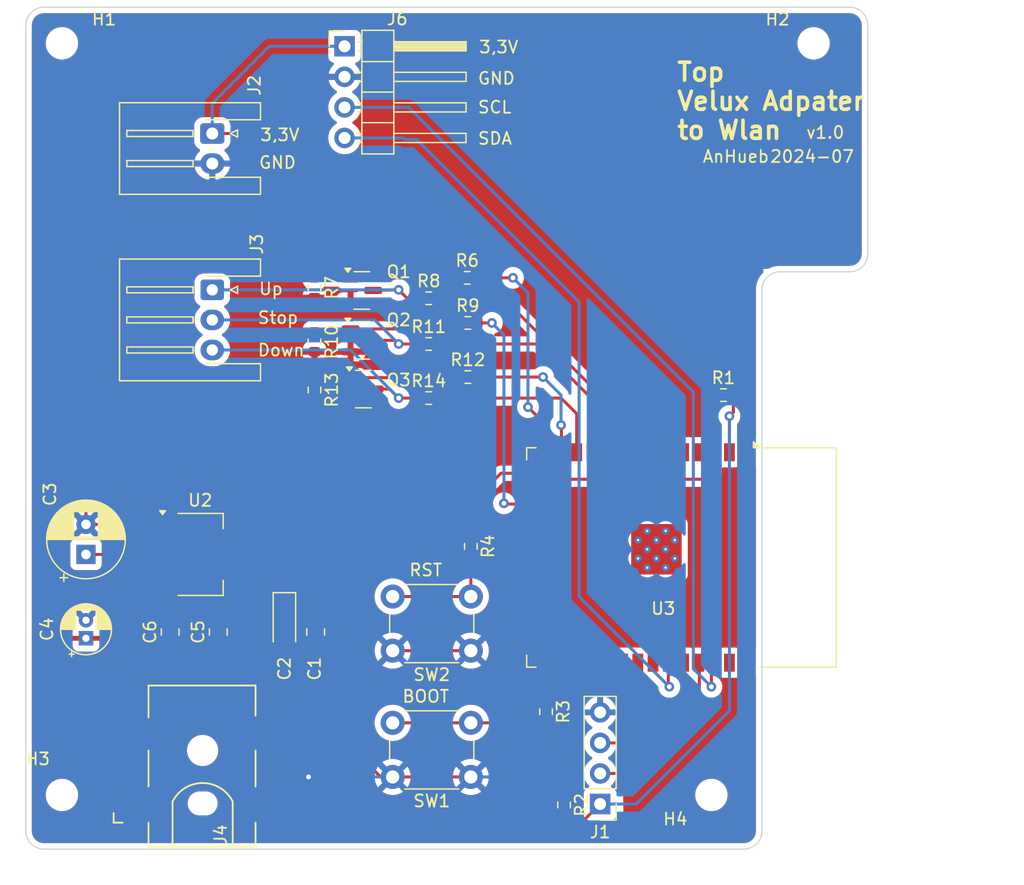
<source format=kicad_pcb>
(kicad_pcb (version 20240108) (generator "pcbnew") (generator_version "8.0")
  (layers (0 "F.Cu" signal) (31 "B.Cu" signal) (34 "B.Paste" user) (35 "F.Paste" user) (36 "B.SilkS" user "B.Silkscreen") (37 "F.SilkS" user "F.Silkscreen") (38 "B.Mask" user) (39 "F.Mask" user) (44 "Edge.Cuts" user))
  (net 0 "")
  (net 1 "+3.3V")
  (net 2 "GND")
  (net 3 "VCC")
  (net 4 "/TXD")
  (net 5 "/RXD")
  (net 6 "/LINE_DOWN")
  (net 7 "/LINE_STOP")
  (net 8 "/LINE_UP")
  (net 9 "Net-(Q1-B)")
  (net 10 "Net-(Q2-B)")
  (net 11 "Net-(Q3-B)")
  (net 12 "/EN")
  (net 13 "/GPIO0")
  (net 14 "/GPIO12")
  (net 15 "/GPIO25")
  (net 16 "/GPIO13")
  (net 17 "/GPIO26")
  (net 18 "/GPIO14")
  (net 19 "/GPIO27")
  (net 20 "Net-(R3-Pad2)")
  (net 25 "/IIC_SDA")
  (net 30 "/IIC_SCL")
  (net 45 "Net-(R4-Pad2)")
  (footprint "Connector_PinHeader_2.54mm:PinHeader_1x04_P2.54mm_Horizontal" (layer "F.Cu") (at 41.6 17.6)
    (property "Reference" "J6" (at 4.385 -2.27 0) (layer "F.SilkS"))
    (property "Value" "IIC_Bus")
    (pad "1" thru_hole rect (at 0 0) (size 1.7 1.7) (drill 1) (layers "*.Cu" "*.Mask") (net 1 "+3.3V"))
    (pad "2" thru_hole oval (at 0 2.54) (size 1.7 1.7) (drill 1) (layers "*.Cu" "*.Mask") (net 2 "GND"))
    (pad "3" thru_hole oval (at 0 5.08) (size 1.7 1.7) (drill 1) (layers "*.Cu" "*.Mask") (net 30 "/IIC_SCL"))
    (pad "4" thru_hole oval (at 0 7.62) (size 1.7 1.7) (drill 1) (layers "*.Cu" "*.Mask") (net 25 "/IIC_SDA"))
  )
  (footprint "MountingHole:MountingHole_2.2mm_M2" (layer "F.Cu") (at 72.1 79.85)
    (property "Reference" "H4" (at -3 2 0) (layer "F.SilkS"))
    (property "Value" "MountingHole")
    (pad "" np_thru_hole circle (at 0 0) (size 2.2 2.2) (drill 2.2) (layers "*.Cu" "*.Mask"))
  )
  (footprint "Resistor_SMD:R_0603_1608Metric" (layer "F.Cu") (at 48.6 42.35)
    (property "Reference" "R11" (at 0 -1.43 0) (layer "F.SilkS"))
    (property "Value" "1K")
    (pad "1" smd roundrect (at -0.825 0) (size 0.8 0.95) (layers "F.Cu" "F.Paste" "F.Mask") (net 7 "/LINE_STOP"))
    (pad "2" smd roundrect (at 0.825 0) (size 0.8 0.95) (layers "F.Cu" "F.Paste" "F.Mask") (net 17 "/GPIO26"))
  )
  (footprint "Resistor_SMD:R_0603_1608Metric" (layer "F.Cu") (at 51.8 36.85)
    (property "Reference" "R6" (at 0 -1.43 0) (layer "F.SilkS"))
    (property "Value" "1K")
    (pad "1" smd roundrect (at -0.825 0) (size 0.8 0.95) (layers "F.Cu" "F.Paste" "F.Mask") (net 9 "Net-(Q1-B)"))
    (pad "2" smd roundrect (at 0.825 0) (size 0.8 0.95) (layers "F.Cu" "F.Paste" "F.Mask") (net 14 "/GPIO12"))
  )
  (footprint "Resistor_SMD:R_0603_1608Metric" (layer "F.Cu") (at 39.1 46.175 -90)
    (property "Reference" "R13" (at 0 -1.43 90) (layer "F.SilkS"))
    (property "Value" "10K")
    (pad "1" smd roundrect (at -0.825 0 270) (size 0.8 0.95) (layers "F.Cu" "F.Paste" "F.Mask") (net 11 "Net-(Q3-B)"))
    (pad "2" smd roundrect (at 0.825 0 270) (size 0.8 0.95) (layers "F.Cu" "F.Paste" "F.Mask") (net 2 "GND"))
  )
  (footprint "Resistor_SMD:R_0603_1608Metric" (layer "F.Cu") (at 73.1 46.6)
    (property "Reference" "R1" (at 0 -1.43 0) (layer "F.SilkS"))
    (property "Value" "10K")
    (pad "1" smd roundrect (at -0.825 0) (size 0.8 0.95) (layers "F.Cu" "F.Paste" "F.Mask") (net 12 "/EN"))
    (pad "2" smd roundrect (at 0.825 0) (size 0.8 0.95) (layers "F.Cu" "F.Paste" "F.Mask") (net 1 "+3.3V"))
  )
  (footprint "Capacitor_SMD:C_0805_2012Metric" (layer "F.Cu") (at 39.2 66.3 90)
    (property "Reference" "C1" (at -3.05 -0.1 90) (layer "F.SilkS"))
    (property "Value" "0.1μF")
    (pad "1" smd roundrect (at -0.95 0 90) (size 1 1.45) (layers "F.Cu" "F.Paste" "F.Mask") (net 2 "GND"))
    (pad "2" smd roundrect (at 0.95 0 90) (size 1 1.45) (layers "F.Cu" "F.Paste" "F.Mask") (net 1 "+3.3V"))
  )
  (footprint "RF_Module:ESP32-WROOM-32" (layer "F.Cu") (at 66.62 60.1 -90)
    (property "Reference" "U3" (at 4.25 -1.48 0) (layer "F.SilkS"))
    (property "Value" "ESP32-WROOM-32")
    (pad "1" smd rect (at -8.75 -8.25 270) (size 1.5 0.9) (layers "F.Cu" "F.Paste" "F.Mask") (net 2 "GND"))
    (pad "2" smd rect (at -8.75 -6.98 270) (size 1.5 0.9) (layers "F.Cu" "F.Paste" "F.Mask") (net 1 "+3.3V"))
    (pad "3" smd rect (at -8.75 -5.71 270) (size 1.5 0.9) (layers "F.Cu" "F.Paste" "F.Mask") (net 12 "/EN"))
    (pad "4" smd rect (at -8.75 -4.44 270) (size 1.5 0.9) (layers "F.Cu" "F.Paste" "F.Mask"))
    (pad "5" smd rect (at -8.75 -3.17 270) (size 1.5 0.9) (layers "F.Cu" "F.Paste" "F.Mask"))
    (pad "6" smd rect (at -8.75 -1.9 270) (size 1.5 0.9) (layers "F.Cu" "F.Paste" "F.Mask"))
    (pad "7" smd rect (at -8.75 -0.63 270) (size 1.5 0.9) (layers "F.Cu" "F.Paste" "F.Mask"))
    (pad "8" smd rect (at -8.75 0.64 270) (size 1.5 0.9) (layers "F.Cu" "F.Paste" "F.Mask"))
    (pad "9" smd rect (at -8.75 1.91 270) (size 1.5 0.9) (layers "F.Cu" "F.Paste" "F.Mask"))
    (pad "10" smd rect (at -8.75 3.18 270) (size 1.5 0.9) (layers "F.Cu" "F.Paste" "F.Mask") (net 15 "/GPIO25"))
    (pad "11" smd rect (at -8.75 4.45 270) (size 1.5 0.9) (layers "F.Cu" "F.Paste" "F.Mask") (net 17 "/GPIO26"))
    (pad "12" smd rect (at -8.75 5.72 270) (size 1.5 0.9) (layers "F.Cu" "F.Paste" "F.Mask") (net 19 "/GPIO27"))
    (pad "13" smd rect (at -8.75 6.99 270) (size 1.5 0.9) (layers "F.Cu" "F.Paste" "F.Mask") (net 18 "/GPIO14"))
    (pad "14" smd rect (at -8.75 8.26 270) (size 1.5 0.9) (layers "F.Cu" "F.Paste" "F.Mask") (net 14 "/GPIO12"))
    (pad "15" smd rect (at -5.71 9.51) (size 1.5 0.9) (layers "F.Cu" "F.Paste" "F.Mask") (net 2 "GND"))
    (pad "16" smd rect (at -4.44 9.51) (size 1.5 0.9) (layers "F.Cu" "F.Paste" "F.Mask") (net 16 "/GPIO13"))
    (pad "17" smd rect (at -3.17 9.51) (size 1.5 0.9) (layers "F.Cu" "F.Paste" "F.Mask"))
    (pad "18" smd rect (at -1.9 9.51) (size 1.5 0.9) (layers "F.Cu" "F.Paste" "F.Mask"))
    (pad "19" smd rect (at -0.63 9.51) (size 1.5 0.9) (layers "F.Cu" "F.Paste" "F.Mask"))
    (pad "20" smd rect (at 0.64 9.51) (size 1.5 0.9) (layers "F.Cu" "F.Paste" "F.Mask"))
    (pad "21" smd rect (at 1.91 9.51) (size 1.5 0.9) (layers "F.Cu" "F.Paste" "F.Mask"))
    (pad "22" smd rect (at 3.18 9.51) (size 1.5 0.9) (layers "F.Cu" "F.Paste" "F.Mask"))
    (pad "23" smd rect (at 4.45 9.51) (size 1.5 0.9) (layers "F.Cu" "F.Paste" "F.Mask"))
    (pad "24" smd rect (at 5.72 9.51) (size 1.5 0.9) (layers "F.Cu" "F.Paste" "F.Mask"))
    (pad "25" smd rect (at 8.75 8.26 270) (size 1.5 0.9) (layers "F.Cu" "F.Paste" "F.Mask") (net 13 "/GPIO0"))
    (pad "26" smd rect (at 8.75 6.99 270) (size 1.5 0.9) (layers "F.Cu" "F.Paste" "F.Mask"))
    (pad "27" smd rect (at 8.75 5.72 270) (size 1.5 0.9) (layers "F.Cu" "F.Paste" "F.Mask"))
    (pad "28" smd rect (at 8.75 4.45 270) (size 1.5 0.9) (layers "F.Cu" "F.Paste" "F.Mask"))
    (pad "29" smd rect (at 8.75 3.18 270) (size 1.5 0.9) (layers "F.Cu" "F.Paste" "F.Mask"))
    (pad "30" smd rect (at 8.75 1.91 270) (size 1.5 0.9) (layers "F.Cu" "F.Paste" "F.Mask"))
    (pad "31" smd rect (at 8.75 0.64 270) (size 1.5 0.9) (layers "F.Cu" "F.Paste" "F.Mask"))
    (pad "32" smd rect (at 8.75 -0.63 270) (size 1.5 0.9) (layers "F.Cu" "F.Paste" "F.Mask"))
    (pad "33" smd rect (at 8.75 -1.9 270) (size 1.5 0.9) (layers "F.Cu" "F.Paste" "F.Mask") (net 25 "/IIC_SDA"))
    (pad "34" smd rect (at 8.75 -3.17 270) (size 1.5 0.9) (layers "F.Cu" "F.Paste" "F.Mask") (net 5 "/RXD"))
    (pad "35" smd rect (at 8.75 -4.44 270) (size 1.5 0.9) (layers "F.Cu" "F.Paste" "F.Mask") (net 4 "/TXD"))
    (pad "36" smd rect (at 8.75 -5.71 270) (size 1.5 0.9) (layers "F.Cu" "F.Paste" "F.Mask") (net 30 "/IIC_SCL"))
    (pad "37" smd rect (at 8.75 -6.98 270) (size 1.5 0.9) (layers "F.Cu" "F.Paste" "F.Mask"))
    (pad "38" smd rect (at 8.75 -8.25 270) (size 1.5 0.9) (layers "F.Cu" "F.Paste" "F.Mask") (net 2 "GND"))
    (pad "39" smd rect (at -2.205 -2.435 270) (size 1.05 1.05) (layers "F.Cu" "F.Paste"))
    (pad "39" thru_hole circle (at -2.205 -1.6725 270) (size 0.6 0.6) (drill 0.2) (property pad_prop_heatsink) (layers "*.Cu" "F.Mask"))
    (pad "39" smd rect (at -2.205 -0.91 270) (size 1.05 1.05) (layers "F.Cu" "F.Paste"))
    (pad "39" thru_hole circle (at -2.205 -0.1475 270) (size 0.6 0.6) (drill 0.2) (property pad_prop_heatsink) (layers "*.Cu" "F.Mask"))
    (pad "39" smd rect (at -2.205 0.615 270) (size 1.05 1.05) (layers "F.Cu" "F.Paste"))
    (pad "39" thru_hole circle (at -1.4425 -2.435 270) (size 0.6 0.6) (drill 0.2) (property pad_prop_heatsink) (layers "*.Cu" "F.Mask"))
    (pad "39" thru_hole circle (at -1.4425 -0.91 270) (size 0.6 0.6) (drill 0.2) (property pad_prop_heatsink) (layers "*.Cu" "F.Mask"))
    (pad "39" thru_hole circle (at -1.4425 0.615 270) (size 0.6 0.6) (drill 0.2) (property pad_prop_heatsink) (layers "*.Cu" "F.Mask"))
    (pad "39" smd rect (at -0.68 -2.435 270) (size 1.05 1.05) (layers "F.Cu" "F.Paste"))
    (pad "39" thru_hole circle (at -0.68 -1.6725 270) (size 0.6 0.6) (drill 0.2) (property pad_prop_heatsink) (layers "*.Cu" "F.Mask"))
    (pad "39" smd rect (at -0.68 -0.91 270) (size 1.05 1.05) (layers "F.Cu" "F.Paste"))
    (pad "39" smd rect (at -0.68 -0.91 270) (size 4.2 4.2) (layers "F.Cu" "F.Mask"))
    (pad "39" thru_hole circle (at -0.68 -0.1475 270) (size 0.6 0.6) (drill 0.2) (property pad_prop_heatsink) (layers "*.Cu" "F.Mask"))
    (pad "39" smd rect (at -0.68 0.615 270) (size 1.05 1.05) (layers "F.Cu" "F.Paste"))
    (pad "39" thru_hole circle (at 0.0825 -2.435 270) (size 0.6 0.6) (drill 0.2) (property pad_prop_heatsink) (layers "*.Cu" "F.Mask"))
    (pad "39" thru_hole circle (at 0.0825 -0.91 270) (size 0.6 0.6) (drill 0.2) (property pad_prop_heatsink) (layers "*.Cu" "F.Mask"))
    (pad "39" thru_hole circle (at 0.0825 0.615 270) (size 0.6 0.6) (drill 0.2) (property pad_prop_heatsink) (layers "*.Cu" "F.Mask"))
    (pad "39" smd rect (at 0.845 -2.435 270) (size 1.05 1.05) (layers "F.Cu" "F.Paste"))
    (pad "39" thru_hole circle (at 0.845 -1.6725 270) (size 0.6 0.6) (drill 0.2) (property pad_prop_heatsink) (layers "*.Cu" "F.Mask"))
    (pad "39" smd rect (at 0.845 -0.91 270) (size 1.05 1.05) (layers "F.Cu" "F.Paste"))
    (pad "39" thru_hole circle (at 0.845 -0.1475 270) (size 0.6 0.6) (drill 0.2) (property pad_prop_heatsink) (layers "*.Cu" "F.Mask"))
    (pad "39" smd rect (at 0.845 0.615 270) (size 1.05 1.05) (layers "F.Cu" "F.Paste"))
    (zone (net 0) (net_name "") (layers "F.Cu" "In1.Cu" "B.Cu") (connect_pads (clearance 0)) (min_thickness 0.254)
      (keepout (tracks not_allowed) (vias not_allowed) (pads not_allowed) (copperpour not_allowed) (footprints not_allowed))
      (fill (thermal_gap 0.508) (thermal_bridge_width 0.508))
      (polygon (pts (xy 76.42 36.1) (xy 76.42 84.1) (xy 97.36 84.1) (xy 97.36 36.1)))
    )
  )
  (footprint "Capacitor_THT:CP_Radial_D4.0mm_P1.50mm" (layer "F.Cu") (at 20.1 66.8226 90)
    (property "Reference" "C4" (at 0.75 -3.25 90) (layer "F.SilkS"))
    (property "Value" "10μF")
    (pad "1" thru_hole rect (at 0 0 90) (size 1.2 1.2) (drill 0.6) (layers "*.Cu" "*.Mask") (net 3 "VCC"))
    (pad "2" thru_hole circle (at 1.5 0 90) (size 1.2 1.2) (drill 0.6) (layers "*.Cu" "*.Mask") (net 2 "GND"))
  )
  (footprint "Button_Switch_THT:SW_PUSH_6mm_H4.3mm" (layer "F.Cu") (at 52.1 78.35 180)
    (property "Reference" "SW1" (at 3.25 -2 0) (layer "F.SilkS"))
    (property "Value" "BOOT" (at 3.75 6.7 0) (layer "F.SilkS"))
    (pad "1" thru_hole circle (at 0 0 270) (size 2 2) (drill 1.1) (layers "*.Cu" "*.Mask") (net 2 "GND"))
    (pad "1" thru_hole circle (at 6.5 0 270) (size 2 2) (drill 1.1) (layers "*.Cu" "*.Mask") (net 2 "GND"))
    (pad "2" thru_hole circle (at 0 4.5 270) (size 2 2) (drill 1.1) (layers "*.Cu" "*.Mask") (net 20 "Net-(R3-Pad2)"))
    (pad "2" thru_hole circle (at 6.5 4.5 270) (size 2 2) (drill 1.1) (layers "*.Cu" "*.Mask") (net 20 "Net-(R3-Pad2)"))
  )
  (footprint "Package_TO_SOT_SMD:SOT-223-3_TabPin2" (layer "F.Cu") (at 29.6 59.85)
    (property "Reference" "U2" (at 0 -4.5 0) (layer "F.SilkS"))
    (property "Value" "AMS1117-3.3")
    (pad "1" smd roundrect (at -3.15 -2.3) (size 2 1.5) (layers "F.Cu" "F.Paste" "F.Mask") (net 2 "GND"))
    (pad "2" smd roundrect (at -3.15 0) (size 2 1.5) (layers "F.Cu" "F.Paste" "F.Mask") (net 1 "+3.3V"))
    (pad "2" smd roundrect (at 3.15 0) (size 2 3.8) (layers "F.Cu" "F.Paste" "F.Mask") (net 1 "+3.3V"))
    (pad "3" smd roundrect (at -3.15 2.3) (size 2 1.5) (layers "F.Cu" "F.Paste" "F.Mask") (net 3 "VCC"))
  )
  (footprint "Package_TO_SOT_SMD:SOT-23" (layer "F.Cu") (at 43.1625 46.1)
    (property "Reference" "Q3" (at 2.9375 -0.75 0) (layer "F.SilkS"))
    (property "Value" "MMBT3904")
    (pad "1" smd roundrect (at -0.9375 -0.95) (size 1.475 0.6) (layers "F.Cu" "F.Paste" "F.Mask") (net 11 "Net-(Q3-B)"))
    (pad "2" smd roundrect (at -0.9375 0.95) (size 1.475 0.6) (layers "F.Cu" "F.Paste" "F.Mask") (net 2 "GND"))
    (pad "3" smd roundrect (at 0.9375 0) (size 1.475 0.6) (layers "F.Cu" "F.Paste" "F.Mask") (net 8 "/LINE_UP"))
  )
  (footprint "Resistor_SMD:R_0603_1608Metric" (layer "F.Cu") (at 51.85 40.6)
    (property "Reference" "R9" (at 0 -1.43 0) (layer "F.SilkS"))
    (property "Value" "1K")
    (pad "1" smd roundrect (at -0.825 0) (size 0.8 0.95) (layers "F.Cu" "F.Paste" "F.Mask") (net 10 "Net-(Q2-B)"))
    (pad "2" smd roundrect (at 0.825 0) (size 0.8 0.95) (layers "F.Cu" "F.Paste" "F.Mask") (net 16 "/GPIO13"))
  )
  (footprint "Button_Switch_THT:SW_PUSH_6mm_H4.3mm" (layer "F.Cu") (at 52.1 67.85 180)
    (property "Reference" "SW2" (at 3.25 -2 0) (layer "F.SilkS"))
    (property "Value" "RST" (at 3.75 6.7 0) (layer "F.SilkS"))
    (pad "1" thru_hole circle (at 0 0 270) (size 2 2) (drill 1.1) (layers "*.Cu" "*.Mask") (net 2 "GND"))
    (pad "1" thru_hole circle (at 6.5 0 270) (size 2 2) (drill 1.1) (layers "*.Cu" "*.Mask") (net 2 "GND"))
    (pad "2" thru_hole circle (at 0 4.5 270) (size 2 2) (drill 1.1) (layers "*.Cu" "*.Mask") (net 45 "Net-(R4-Pad2)"))
    (pad "2" thru_hole circle (at 6.5 4.5 270) (size 2 2) (drill 1.1) (layers "*.Cu" "*.Mask") (net 45 "Net-(R4-Pad2)"))
  )
  (footprint "Capacitor_Tantalum_SMD:CP_EIA-3216-10_Kemet-I_Pad1.58x1.35mm_HandSolder" (layer "F.Cu") (at 36.6 65.5125 -90)
    (property "Reference" "C2" (at 3.8375 0 90) (layer "F.SilkS"))
    (property "Value" "22μF")
    (pad "1" smd roundrect (at -1.4375 0 270) (size 1.575 1.35) (layers "F.Cu" "F.Paste" "F.Mask") (roundrect_rratio 0.185185) (net 1 "+3.3V"))
    (pad "2" smd roundrect (at 1.4375 0 270) (size 1.575 1.35) (layers "F.Cu" "F.Paste" "F.Mask") (roundrect_rratio 0.185185) (net 2 "GND"))
  )
  (footprint "Package_TO_SOT_SMD:SOT-23" (layer "F.Cu") (at 43.0375 42.05)
    (property "Reference" "Q2" (at 3.0625 -1.7 0) (layer "F.SilkS"))
    (property "Value" "MMBT3904")
    (pad "1" smd roundrect (at -0.9375 -0.95) (size 1.475 0.6) (layers "F.Cu" "F.Paste" "F.Mask") (net 10 "Net-(Q2-B)"))
    (pad "2" smd roundrect (at -0.9375 0.95) (size 1.475 0.6) (layers "F.Cu" "F.Paste" "F.Mask") (net 2 "GND"))
    (pad "3" smd roundrect (at 0.9375 0) (size 1.475 0.6) (layers "F.Cu" "F.Paste" "F.Mask") (net 7 "/LINE_STOP"))
  )
  (footprint "MountingHole:MountingHole_2.2mm_M2" (layer "F.Cu") (at 18.1 79.85)
    (property "Reference" "H3" (at -2 -3 0) (layer "F.SilkS"))
    (property "Value" "MountingHole")
    (pad "" np_thru_hole circle (at 0 0) (size 2.2 2.2) (drill 2.2) (layers "*.Cu" "*.Mask"))
  )
  (footprint "Resistor_SMD:R_0603_1608Metric" (layer "F.Cu") (at 39.1 37.675 -90)
    (property "Reference" "R7" (at 0 -1.43 90) (layer "F.SilkS"))
    (property "Value" "10K")
    (pad "1" smd roundrect (at -0.825 0 270) (size 0.8 0.95) (layers "F.Cu" "F.Paste" "F.Mask") (net 9 "Net-(Q1-B)"))
    (pad "2" smd roundrect (at 0.825 0 270) (size 0.8 0.95) (layers "F.Cu" "F.Paste" "F.Mask") (net 2 "GND"))
  )
  (footprint "Meine Librany:BarrelJack_CLIFF_...8S_SMT_Horizontal" (layer "F.Cu") (at 29.8 76.15 90)
    (property "Reference" "J4" (at -7 1.5 90) (layer "F.SilkS"))
    (property "Value" "PWR")
    (pad "" np_thru_hole oval (at -4.4 0) (size 2 1.5) (drill oval 2 1.5) (layers "F&B.Cu" "*.Mask"))
    (pad "" np_thru_hole circle (at 0 0 90) (size 2 2) (drill 2.1) (layers "F&B.Cu" "*.Mask"))
    (pad "1" smd rect (at -4.5 -5.5) (size 3 2) (layers "F.Cu" "F.Paste" "F.Mask") (net 3 "VCC"))
    (pad "1" smd rect (at 1.5 -5.5) (size 3 2) (layers "F.Cu" "F.Paste" "F.Mask") (net 3 "VCC"))
    (pad "2" smd rect (at 1.5 5.5) (size 3 2) (layers "F.Cu" "F.Paste" "F.Mask"))
    (pad "3" smd rect (at -4.5 5.5) (size 3 2) (layers "F.Cu" "F.Paste" "F.Mask") (net 2 "GND"))
  )
  (footprint "Package_TO_SOT_SMD:SOT-23" (layer "F.Cu") (at 43.0375 37.9)
    (property "Reference" "Q1" (at 3.0625 -1.55 0) (layer "F.SilkS"))
    (property "Value" "MMBT3904")
    (pad "1" smd roundrect (at -0.9375 -0.95) (size 1.475 0.6) (layers "F.Cu" "F.Paste" "F.Mask") (net 9 "Net-(Q1-B)"))
    (pad "2" smd roundrect (at -0.9375 0.95) (size 1.475 0.6) (layers "F.Cu" "F.Paste" "F.Mask") (net 2 "GND"))
    (pad "3" smd roundrect (at 0.9375 0) (size 1.475 0.6) (layers "F.Cu" "F.Paste" "F.Mask") (net 6 "/LINE_DOWN"))
  )
  (footprint "Resistor_SMD:R_0603_1608Metric" (layer "F.Cu") (at 58.35 72.925 -90)
    (property "Reference" "R3" (at 0 -1.43 90) (layer "F.SilkS"))
    (property "Value" "1k")
    (pad "1" smd roundrect (at -0.825 0 270) (size 0.8 0.95) (layers "F.Cu" "F.Paste" "F.Mask") (net 13 "/GPIO0"))
    (pad "2" smd roundrect (at 0.825 0 270) (size 0.8 0.95) (layers "F.Cu" "F.Paste" "F.Mask") (net 20 "Net-(R3-Pad2)"))
  )
  (footprint "MountingHole:MountingHole_2.2mm_M2" (layer "F.Cu") (at 18.1 17.35)
    (property "Reference" "H1" (at 3.5 -2 0) (layer "F.SilkS"))
    (property "Value" "MountingHole")
    (pad "" np_thru_hole circle (at 0 0) (size 2.2 2.2) (drill 2.2) (layers "*.Cu" "*.Mask"))
  )
  (footprint "Resistor_SMD:R_0603_1608Metric" (layer "F.Cu") (at 59.85 80.675 -90)
    (property "Reference" "R2" (at 0 -1.43 90) (layer "F.SilkS"))
    (property "Value" "10K")
    (pad "1" smd roundrect (at -0.825 0 270) (size 0.8 0.95) (layers "F.Cu" "F.Paste" "F.Mask") (net 13 "/GPIO0"))
    (pad "2" smd roundrect (at 0.825 0 270) (size 0.8 0.95) (layers "F.Cu" "F.Paste" "F.Mask") (net 1 "+3.3V"))
  )
  (footprint "Resistor_SMD:R_0603_1608Metric" (layer "F.Cu") (at 39.1 42.175 -90)
    (property "Reference" "R10" (at 0 -1.43 90) (layer "F.SilkS"))
    (property "Value" "10K")
    (pad "1" smd roundrect (at -0.825 0 270) (size 0.8 0.95) (layers "F.Cu" "F.Paste" "F.Mask") (net 10 "Net-(Q2-B)"))
    (pad "2" smd roundrect (at 0.825 0 270) (size 0.8 0.95) (layers "F.Cu" "F.Paste" "F.Mask") (net 2 "GND"))
  )
  (footprint "Capacitor_SMD:C_0805_2012Metric" (layer "F.Cu") (at 31.1 66.3 90)
    (property "Reference" "C5" (at 0 -1.68 90) (layer "F.SilkS"))
    (property "Value" "10μF")
    (pad "1" smd roundrect (at -0.95 0 90) (size 1 1.45) (layers "F.Cu" "F.Paste" "F.Mask") (net 2 "GND"))
    (pad "2" smd roundrect (at 0.95 0 90) (size 1 1.45) (layers "F.Cu" "F.Paste" "F.Mask") (net 3 "VCC"))
  )
  (footprint "Connector_PinHeader_2.54mm:PinHeader_1x04_P2.54mm_Vertical" (layer "F.Cu") (at 62.85 80.6 180)
    (property "Reference" "J1" (at 0 -2.33 0) (layer "F.SilkS"))
    (property "Value" "UART")
    (pad "1" thru_hole rect (at 0 0 180) (size 1.7 1.7) (drill 1) (layers "*.Cu" "*.Mask") (net 1 "+3.3V"))
    (pad "2" thru_hole oval (at 0 2.54 180) (size 1.7 1.7) (drill 1) (layers "*.Cu" "*.Mask") (net 4 "/TXD"))
    (pad "3" thru_hole oval (at 0 5.08 180) (size 1.7 1.7) (drill 1) (layers "*.Cu" "*.Mask") (net 5 "/RXD"))
    (pad "4" thru_hole oval (at 0 7.62 180) (size 1.7 1.7) (drill 1) (layers "*.Cu" "*.Mask") (net 2 "GND"))
  )
  (footprint "Connector_JST:JST_XH_S3B-XH-A-1_1x03_P2.50mm_Horizontal" (layer "F.Cu") (at 30.6 37.85 -90)
    (property "Reference" "J3" (at -3.8 -3.7 90) (layer "F.SilkS"))
    (property "Value" "SIGNAL")
    (pad "1" thru_hole roundrect (at 0 0 270) (size 1.7 1.95) (drill 0.95) (layers "*.Cu" "*.Mask") (roundrect_rratio 0.147059) (net 6 "/LINE_DOWN"))
    (pad "2" thru_hole oval (at 2.5 0 270) (size 1.7 1.95) (drill 0.95) (layers "*.Cu" "*.Mask") (net 7 "/LINE_STOP"))
    (pad "3" thru_hole oval (at 5 0 270) (size 1.7 1.95) (drill 0.95) (layers "*.Cu" "*.Mask") (net 8 "/LINE_UP"))
  )
  (footprint "Connector_JST:JST_XH_S2B-XH-A-1_1x02_P2.50mm_Horizontal" (layer "F.Cu") (at 30.6 24.85 -90)
    (property "Reference" "J2" (at -4 -3.5 90) (layer "F.SilkS"))
    (property "Value" "POWER")
    (pad "1" thru_hole roundrect (at 0 0 270) (size 1.7 2) (drill 1) (layers "*.Cu" "*.Mask") (roundrect_rratio 0.147059) (net 1 "+3.3V"))
    (pad "2" thru_hole oval (at 2.5 0 270) (size 1.7 2) (drill 1) (layers "*.Cu" "*.Mask") (net 2 "GND"))
  )
  (footprint "Capacitor_THT:CP_Radial_D6.3mm_P2.50mm" (layer "F.Cu") (at 20.1 59.85 90)
    (property "Reference" "C3" (at 5 -3 90) (layer "F.SilkS"))
    (property "Value" "470μF")
    (pad "1" thru_hole rect (at 0 0 90) (size 1.6 1.6) (drill 0.8) (layers "*.Cu" "*.Mask") (net 1 "+3.3V"))
    (pad "2" thru_hole circle (at 2.5 0 90) (size 1.6 1.6) (drill 0.8) (layers "*.Cu" "*.Mask") (net 2 "GND"))
  )
  (footprint "MountingHole:MountingHole_2.2mm_M2" (layer "F.Cu") (at 80.6 17.35)
    (property "Reference" "H2" (at -3 -2 0) (layer "F.SilkS"))
    (property "Value" "MountingHole")
    (pad "" np_thru_hole circle (at 0 0) (size 2.2 2.2) (drill 2.2) (layers "*.Cu" "*.Mask"))
  )
  (footprint "Resistor_SMD:R_0603_1608Metric" (layer "F.Cu") (at 52.1 59.175 -90)
    (property "Reference" "R4" (at 0 -1.43 90) (layer "F.SilkS"))
    (property "Value" "1K")
    (pad "1" smd roundrect (at -0.825 0 270) (size 0.8 0.95) (layers "F.Cu" "F.Paste" "F.Mask") (net 12 "/EN"))
    (pad "2" smd roundrect (at 0.825 0 270) (size 0.8 0.95) (layers "F.Cu" "F.Paste" "F.Mask") (net 45 "Net-(R4-Pad2)"))
  )
  (footprint "Resistor_SMD:R_0603_1608Metric" (layer "F.Cu") (at 51.85 45.1)
    (property "Reference" "R12" (at 0 -1.43 0) (layer "F.SilkS"))
    (property "Value" "1K")
    (pad "1" smd roundrect (at -0.825 0) (size 0.8 0.95) (layers "F.Cu" "F.Paste" "F.Mask") (net 11 "Net-(Q3-B)"))
    (pad "2" smd roundrect (at 0.825 0) (size 0.8 0.95) (layers "F.Cu" "F.Paste" "F.Mask") (net 18 "/GPIO14"))
  )
  (footprint "Resistor_SMD:R_0603_1608Metric" (layer "F.Cu") (at 48.6 38.55)
    (property "Reference" "R8" (at 0 -1.43 0) (layer "F.SilkS"))
    (property "Value" "1K")
    (pad "1" smd roundrect (at -0.825 0) (size 0.8 0.95) (layers "F.Cu" "F.Paste" "F.Mask") (net 6 "/LINE_DOWN"))
    (pad "2" smd roundrect (at 0.825 0) (size 0.8 0.95) (layers "F.Cu" "F.Paste" "F.Mask") (net 15 "/GPIO25"))
  )
  (footprint "Capacitor_SMD:C_0805_2012Metric" (layer "F.Cu") (at 27.1 66.3 90)
    (property "Reference" "C6" (at 0 -1.68 90) (layer "F.SilkS"))
    (property "Value" "0.1μF")
    (pad "1" smd roundrect (at -0.95 0 90) (size 1 1.45) (layers "F.Cu" "F.Paste" "F.Mask") (net 2 "GND"))
    (pad "2" smd roundrect (at 0.95 0 90) (size 1 1.45) (layers "F.Cu" "F.Paste" "F.Mask") (net 3 "VCC"))
  )
  (footprint "Resistor_SMD:R_0603_1608Metric" (layer "F.Cu") (at 48.6 46.85)
    (property "Reference" "R14" (at 0 -1.43 0) (layer "F.SilkS"))
    (property "Value" "1K")
    (pad "1" smd roundrect (at -0.825 0) (size 0.8 0.95) (layers "F.Cu" "F.Paste" "F.Mask") (net 8 "/LINE_UP"))
    (pad "2" smd roundrect (at 0.825 0) (size 0.8 0.95) (layers "F.Cu" "F.Paste" "F.Mask") (net 19 "/GPIO27"))
  )
  (gr_line (start 85.1 34.850001) (end 85.1 15.85) (stroke (width 0.1)) (layer "Edge.Cuts"))
  (gr_line (start 76.3 82.85) (end 76.3 37.85) (stroke (width 0.1)) (layer "Edge.Cuts"))
  (gr_arc (start 85.1 34.850001) (mid 84.66066 35.910661) (end 83.6 36.350001) (stroke (width 0.1)) (layer "Edge.Cuts"))
  (gr_arc (start 76.3 82.85) (mid 75.860657 83.910639) (end 74.8 84.35) (stroke (width 0.1)) (layer "Edge.Cuts"))
  (gr_line (start 16.6 84.35) (end 74.8 84.35) (stroke (width 0.1)) (layer "Edge.Cuts"))
  (gr_arc (start 16.6 84.35) (mid 15.53934 83.91066) (end 15.1 82.85) (stroke (width 0.1)) (layer "Edge.Cuts"))
  (gr_arc (start 76.3 37.85) (mid 76.73934 36.78934) (end 77.8 36.35) (stroke (width 0.1)) (layer "Edge.Cuts"))
  (gr_arc (start 15.1 15.85) (mid 15.53934 14.78934) (end 16.6 14.35) (stroke (width 0.1)) (layer "Edge.Cuts"))
  (gr_line (start 83.6 14.35) (end 16.6 14.35) (stroke (width 0.1)) (layer "Edge.Cuts"))
  (gr_arc (start 83.6 14.35) (mid 84.66066 14.78934) (end 85.1 15.85) (stroke (width 0.1)) (layer "Edge.Cuts"))
  (gr_line (start 15.1 15.85) (end 15.1 82.85) (stroke (width 0.1)) (layer "Edge.Cuts"))
  (gr_line (start 77.8 36.35) (end 83.6 36.350001) (stroke (width 0.1)) (layer "Edge.Cuts"))
  (gr_text "Top\nVelux Adpater\nto Wlan" (at 69.1 25.45 0) (layer "F.SilkS") (effects (font (size 1.5 1.5) (thickness 0.3) (bold yes)) (justify left bottom)))
  (gr_text "v1.0" (at 79.9 25.35 0) (layer "F.SilkS") (effects (font (size 1 1)) (justify left bottom)))
  (gr_text "3,3V" (at 52.7 18.25 0) (layer "F.SilkS") (effects (font (size 1 1)) (justify left bottom)))
  (gr_text "3,3V" (at 34.5 25.55 0) (layer "F.SilkS") (effects (font (size 1 1)) (justify left bottom)))
  (gr_text "GND" (at 34.4 27.85 0) (layer "F.SilkS") (effects (font (size 1 1)) (justify left bottom)))
  (gr_text "SCL" (at 52.6 23.25 0) (layer "F.SilkS") (effects (font (size 1 1)) (justify left bottom)))
  (gr_text "Down" (at 34.3 43.45 0) (layer "F.SilkS") (effects (font (size 1 1)) (justify left bottom)))
  (gr_text "GND" (at 52.6 20.85 0) (layer "F.SilkS") (effects (font (size 1 1)) (justify left bottom)))
  (gr_text "AnHueb" (at 71.3 27.35 0) (layer "F.SilkS") (effects (font (size 1 1)) (justify left bottom)))
  (gr_text "SDA" (at 52.6 25.85 0) (layer "F.SilkS") (effects (font (size 1 1)) (justify left bottom)))
  (gr_text "2024-07" (at 76.9 27.35 0) (layer "F.SilkS") (effects (font (size 1 1)) (justify left bottom)))
  (gr_text "Up" (at 34.4 38.35 0) (layer "F.SilkS") (effects (font (size 1 1)) (justify left bottom)))
  (gr_text "Stop" (at 34.3 40.75 0) (layer "F.SilkS") (effects (font (size 1 1)) (justify left bottom)))
  (segment (start 21.1 33.85) (end 23.1 31.85) (width 0.25) (layer "F.Cu") (net 1))
  (segment (start 32.75 52) (end 30.1 49.35) (width 0.25) (layer "F.Cu") (net 1))
  (segment (start 22.6 49.35) (end 21.1 47.85) (width 0.25) (layer "F.Cu") (net 1))
  (segment (start 32.75 59.85) (end 32.75 52) (width 0.25) (layer "F.Cu") (net 1))
  (segment (start 20.1 59.85) (end 26.45 59.85) (width 0.25) (layer "F.Cu") (net 1))
  (segment (start 42.1 66.35) (end 41.1 65.35) (width 0.25) (layer "F.Cu") (net 1))
  (segment (start 73.6 48.35) (end 73.6 51.35) (width 0.25) (layer "F.Cu") (net 1))
  (segment (start 31.1 31.85) (end 33.6 29.35) (width 0.25) (layer "F.Cu") (net 1))
  (segment (start 39.2 64.45) (end 39.2 65.35) (width 0.25) (layer "F.Cu") (net 1))
  (segment (start 30.1 49.35) (end 22.6 49.35) (width 0.25) (layer "F.Cu") (net 1))
  (segment (start 38.825 64.075) (end 39.2 64.45) (width 0.25) (layer "F.Cu") (net 1))
  (segment (start 61.6 81.85) (end 59.85 81.85) (width 0.25) (layer "F.Cu") (net 1))
  (segment (start 73.925 46.6) (end 73.925 48.025) (width 0.25) (layer "F.Cu") (net 1))
  (segment (start 33.6 25.85) (end 32.6 24.85) (width 0.25) (layer "F.Cu") (net 1))
  (segment (start 73.925 48.025) (end 73.6 48.35) (width 0.25) (layer "F.Cu") (net 1))
  (segment (start 33.6 29.35) (end 33.6 25.85) (width 0.25) (layer "F.Cu") (net 1))
  (segment (start 32.6 24.85) (end 30.6 24.85) (width 0.25) (layer "F.Cu") (net 1))
  (segment (start 44.6 81.85) (end 42.1 79.35) (width 0.25) (layer "F.Cu") (net 1))
  (segment (start 23.1 31.85) (end 31.1 31.85) (width 0.25) (layer "F.Cu") (net 1))
  (segment (start 41.1 65.35) (end 39.2 65.35) (width 0.25) (layer "F.Cu") (net 1))
  (segment (start 36.1 59.85) (end 36.6 60.35) (width 0.25) (layer "F.Cu") (net 1))
  (segment (start 21.1 47.85) (end 21.1 33.85) (width 0.25) (layer "F.Cu") (net 1))
  (segment (start 59.85 81.85) (end 44.6 81.85) (width 0.25) (layer "F.Cu") (net 1))
  (segment (start 26.45 59.85) (end 32.75 59.85) (width 0.5) (layer "F.Cu") (net 1))
  (segment (start 59.85 81.5) (end 59.85 81.85) (width 0.25) (layer "F.Cu") (net 1))
  (segment (start 42.1 79.35) (end 42.1 66.35) (width 0.25) (layer "F.Cu") (net 1))
  (segment (start 32.75 59.85) (end 36.1 59.85) (width 0.25) (layer "F.Cu") (net 1))
  (segment (start 62.85 80.6) (end 61.6 81.85) (width 0.25) (layer "F.Cu") (net 1))
  (segment (start 36.6 64.075) (end 38.825 64.075) (width 0.25) (layer "F.Cu") (net 1))
  (segment (start 36.6 60.35) (end 36.6 64.075) (width 0.25) (layer "F.Cu") (net 1))
  (via (at 73.6 48.35) (size 0.8) (drill 0.4) (layers "F.Cu" "B.Cu") (net 1))
  (segment (start 35.35 17.6) (end 41.6 17.6) (width 0.25) (layer "B.Cu") (net 1))
  (segment (start 30.6 24.85) (end 30.6 22.35) (width 0.25) (layer "B.Cu") (net 1))
  (segment (start 73.6 72.85) (end 65.85 80.6) (width 0.25) (layer "B.Cu") (net 1))
  (segment (start 65.85 80.6) (end 62.85 80.6) (width 0.25) (layer "B.Cu") (net 1))
  (segment (start 73.6 48.35) (end 73.6 72.85) (width 0.25) (layer "B.Cu") (net 1))
  (segment (start 30.6 22.35) (end 35.35 17.6) (width 0.25) (layer "B.Cu") (net 1))
  (segment (start 45.6 78.35) (end 52.1 78.35) (width 0.25) (layer "F.Cu") (net 2))
  (segment (start 36.3 67.25) (end 27.1 67.25) (width 0.25) (layer "F.Cu") (net 2))
  (segment (start 40.39 20.14) (end 40.35 20.1) (width 0.25) (layer "F.Cu") (net 2))
  (segment (start 44.6 78.35) (end 43.85 77.6) (width 0.25) (layer "F.Cu") (net 2))
  (segment (start 74.87 68.85) (end 74.87 51.35) (width 0.25) (layer "F.Cu") (net 2))
  (segment (start 43.85 77.6) (end 43.85 69.6) (width 0.25) (layer "F.Cu") (net 2))
  (segment (start 35.5 78.35) (end 38.6 78.35) (width 0.25) (layer "F.Cu") (net 2))
  (segment (start 37.1 43.85) (end 37.1 39.35) (width 0.25) (layer "F.Cu") (net 2))
  (segment (start 37.95 43) (end 39.1 43) (width 0.25) (layer "F.Cu") (net 2))
  (segment (start 26.25 57.35) (end 26.45 57.55) (width 0.25) (layer "F.Cu") (net 2))
  (segment (start 39.2 70.65) (end 39.2 67.25) (width 0.25) (layer "F.Cu") (net 2))
  (segment (start 39.15 47.05) (end 39.1 47) (width 0.25) (layer "F.Cu") (net 2))
  (segment (start 38.6 71.25) (end 39.2 70.65) (width 0.25) (layer "F.Cu") (net 2))
  (segment (start 42.1 82.85) (end 63.6 82.85) (width 0.25) (layer "F.Cu") (net 2))
  (segment (start 39.1 43) (end 42.1 43) (width 0.25) (layer "F.Cu") (net 2))
  (segment (start 39.85 20.1) (end 37.1 22.85) (width 0.25) (layer "F.Cu") (net 2))
  (segment (start 44.6 78.35) (end 45.6 78.35) (width 0.25) (layer "F.Cu") (net 2))
  (segment (start 45.6 67.85) (end 52.1 67.85) (width 0.25) (layer "F.Cu") (net 2))
  (segment (start 25.1 26.35) (end 25.1 24.35) (width 0.25) (layer "F.Cu") (net 2))
  (segment (start 40.1 38.85) (end 42.1 38.85) (width 0.25) (layer "F.Cu") (net 2))
  (segment (start 20.1 57.35) (end 20.1 33.1799) (width 0.25) (layer "F.Cu") (net 2))
  (segment (start 20.1 57.35) (end 26.25 57.35) (width 0.25) (layer "F.Cu") (net 2))
  (segment (start 25.1 24.35) (end 26.6 22.85) (width 0.25) (layer "F.Cu") (net 2))
  (segment (start 39.1 38.5) (end 39.75 38.5) (width 0.25) (layer "F.Cu") (net 2))
  (segment (start 37.1 37.65) (end 37.95 38.5) (width 0.25) (layer "F.Cu") (net 2))
  (segment (start 40.35 20.1) (end 39.85 20.1) (width 0.25) (layer "F.Cu") (net 2))
  (segment (start 36.6 66.95) (end 36.3 67.25) (width 0.25) (layer "F.Cu") (net 2))
  (segment (start 42.225 47.05) (end 39.15 47.05) (width 0.25) (layer "F.Cu") (net 2))
  (segment (start 43.85 69.6) (end 45.6 67.85) (width 0.25) (layer "F.Cu") (net 2))
  (segment (start 63.6 82.85) (end 74.87 71.58) (width 0.25) (layer "F.Cu") (net 2))
  (segment (start 38.6 78.35) (end 38.6 79.35) (width 0.25) (layer "F.Cu") (net 2))
  (segment (start 36.9 67.25) (end 36.6 66.95) (width 0.25) (layer "F.Cu") (net 2))
  (segment (start 30.6 27.35) (end 26.1 27.35) (width 0.25) (layer "F.Cu") (net 2))
  (segment (start 37.1 22.85) (end 37.1 37.65) (width 0.25) (layer "F.Cu") (net 2))
  (segment (start 39.2 67.25) (end 36.9 67.25) (width 0.25) (layer "F.Cu") (net 2))
  (segment (start 26.6 22.85) (end 37.1 22.85) (width 0.25) (layer "F.Cu") (net 2))
  (segment (start 20.1 33.1799) (end 25.9299 27.35) (width 0.25) (layer "F.Cu") (net 2))
  (segment (start 25.9299 27.35) (end 30.6 27.35) (width 0.25) (layer "F.Cu") (net 2))
  (segment (start 39.1 47) (end 37.75 47) (width 0.25) (layer "F.Cu") (net 2))
  (segment (start 35.3 78.55) (end 35.5 78.35) (width 0.25) (layer "F.Cu") (net 2))
  (segment (start 37.1 39.35) (end 37.95 38.5) (width 0.25) (layer "F.Cu") (net 2))
  (segment (start 37.75 47) (end 37.1 46.35) (width 0.25) (layer "F.Cu") (net 2))
  (segment (start 35.3 80.65) (end 35.3 78.55) (width 0.25) (layer "F.Cu") (net 2))
  (segment (start 41.6 20.14) (end 40.39 20.14) (width 0.25) (layer "F.Cu") (net 2))
  (segment (start 26.1 27.35) (end 25.1 26.35) (width 0.25) (layer "F.Cu") (net 2))
  (segment (start 74.87 71.58) (end 74.87 68.85) (width 0.25) (layer "F.Cu") (net 2))
  (segment (start 38.6 78.35) (end 38.6 71.25) (width 0.25) (layer "F.Cu") (net 2))
  (segment (start 39.75 38.5) (end 40.1 38.85) (width 0.25) (layer "F.Cu") (net 2))
  (segment (start 37.1 43.85) (end 37.95 43) (width 0.25) (layer "F.Cu") (net 2))
  (segment (start 37.1 46.35) (end 37.1 43.85) (width 0.25) (layer "F.Cu") (net 2))
  (segment (start 37.95 38.5) (end 39.1 38.5) (width 0.25) (layer "F.Cu") (net 2))
  (segment (start 38.6 79.35) (end 42.1 82.85) (width 0.25) (layer "F.Cu") (net 2))
  (via (at 38.6 78.35) (size 0.8) (drill 0.4) (layers "F.Cu" "B.Cu") (net 2))
  (segment (start 38.6 78.35) (end 44.6 78.35) (width 0.25) (layer "B.Cu") (net 2))
  (segment (start 52.1 78.35) (end 59.6 78.35) (width 0.25) (layer "B.Cu") (net 2))
  (segment (start 60.6 77.35) (end 60.6 73.85) (width 0.25) (layer "B.Cu") (net 2))
  (segment (start 60.6 73.85) (end 61.47 72.98) (width 0.25) (layer "B.Cu") (net 2))
  (segment (start 59.6 78.35) (end 60.6 77.35) (width 0.25) (layer "B.Cu") (net 2))
  (segment (start 61.47 72.98) (end 62.85 72.98) (width 0.25) (layer "B.Cu") (net 2))
  (segment (start 17.6 66.35) (end 17.6 63.35) (width 0.4) (layer "F.Cu") (net 3))
  (segment (start 24.3 62.15) (end 26.45 62.15) (width 0.4) (layer "F.Cu") (net 3))
  (segment (start 23.6 62.85) (end 24.3 62.15) (width 0.4) (layer "F.Cu") (net 3))
  (segment (start 24.1 74.8375) (end 24.1 68.85) (width 0.4) (layer "F.Cu") (net 3))
  (segment (start 24.1 80.8375) (end 24.1 74.8375) (width 0.4) (layer "F.Cu") (net 3))
  (segment (start 17.6 63.35) (end 18.1 62.85) (width 0.4) (layer "F.Cu") (net 3))
  (segment (start 21.6 66.85) (end 21.5726 66.8226) (width 0.25) (layer "F.Cu") (net 3))
  (segment (start 27.1 65.35) (end 24.6 65.35) (width 0.25) (layer "F.Cu") (net 3))
  (segment (start 24.6 65.35) (end 24.1 65.85) (width 0.25) (layer "F.Cu") (net 3))
  (segment (start 20.1 66.8226) (end 18.0726 66.8226) (width 0.4) (layer "F.Cu") (net 3))
  (segment (start 31.1 65.35) (end 27.1 65.35) (width 0.25) (layer "F.Cu") (net 3))
  (segment (start 18.1 62.85) (end 23.6 62.85) (width 0.4) (layer "F.Cu") (net 3))
  (segment (start 18.0726 66.8226) (end 17.6 66.35) (width 0.4) (layer "F.Cu") (net 3))
  (segment (start 24.1 65.85) (end 24.1 68.85) (width 0.25) (layer "F.Cu") (net 3))
  (segment (start 22.1 66.85) (end 21.6 66.85) (width 0.4) (layer "F.Cu") (net 3))
  (segment (start 24.1 68.85) (end 22.1 66.85) (width 0.4) (layer "F.Cu") (net 3))
  (segment (start 21.5726 66.8226) (end 20.1 66.8226) (width 0.4) (layer "F.Cu") (net 3))
  (segment (start 62.85 78.06) (end 65.74 78.06) (width 0.25) (layer "F.Cu") (net 4))
  (segment (start 65.74 78.06) (end 71.1 72.7) (width 0.25) (layer "F.Cu") (net 4))
  (segment (start 71.1 68.89) (end 71.06 68.85) (width 0.25) (layer "F.Cu") (net 4))
  (segment (start 71.1 72.7) (end 71.1 68.89) (width 0.25) (layer "F.Cu") (net 4))
  (segment (start 66.34 75.52) (end 69.79 72.07) (width 0.25) (layer "F.Cu") (net 5))
  (segment (start 62.85 75.52) (end 66.34 75.52) (width 0.25) (layer "F.Cu") (net 5))
  (segment (start 69.79 72.07) (end 69.79 68.85) (width 0.25) (layer "F.Cu") (net 5))
  (segment (start 46.8 38.55) (end 46.1 37.85) (width 0.25) (layer "F.Cu") (net 6))
  (segment (start 46.1 37.85) (end 43.975 37.9) (width 0.25) (layer "F.Cu") (net 6))
  (segment (start 47.775 38.55) (end 46.8 38.55) (width 0.25) (layer "F.Cu") (net 6))
  (via (at 46.1 37.85) (size 0.8) (drill 0.4) (layers "F.Cu" "B.Cu") (net 6))
  (segment (start 46.1 37.85) (end 30.6 37.85) (width 0.25) (layer "B.Cu") (net 6))
  (segment (start 46.1 42.35) (end 45.8 42.05) (width 0.25) (layer "F.Cu") (net 7))
  (segment (start 47.775 42.35) (end 46.1 42.35) (width 0.25) (layer "F.Cu") (net 7))
  (segment (start 45.8 42.05) (end 43.975 42.05) (width 0.25) (layer "F.Cu") (net 7))
  (via (at 46.1 42.35) (size 0.8) (drill 0.4) (layers "F.Cu" "B.Cu") (net 7))
  (segment (start 30.6 40.35) (end 44.1 40.35) (width 0.25) (layer "B.Cu") (net 7))
  (segment (start 44.1 40.35) (end 46.1 42.35) (width 0.25) (layer "B.Cu") (net 7))
  (segment (start 47.775 46.85) (end 46.1 46.85) (width 0.25) (layer "F.Cu") (net 8))
  (segment (start 46.1 46.85) (end 45.35 46.1) (width 0.25) (layer "F.Cu") (net 8))
  (segment (start 45.35 46.1) (end 44.1 46.1) (width 0.25) (layer "F.Cu") (net 8))
  (via (at 46.1 46.85) (size 0.8) (drill 0.4) (layers "F.Cu" "B.Cu") (net 8))
  (segment (start 30.6 42.85) (end 42.1 42.85) (width 0.25) (layer "B.Cu") (net 8))
  (segment (start 42.1 42.85) (end 46.1 46.85) (width 0.25) (layer "B.Cu") (net 8))
  (segment (start 39.7 36.95) (end 42.1 36.95) (width 0.25) (layer "F.Cu") (net 9))
  (segment (start 39.1 36.85) (end 39.6 36.85) (width 0.25) (layer "F.Cu") (net 9))
  (segment (start 50.975 36.85) (end 42.2 36.85) (width 0.25) (layer "F.Cu") (net 9))
  (segment (start 39.6 36.85) (end 39.7 36.95) (width 0.25) (layer "F.Cu") (net 9))
  (segment (start 42.2 36.85) (end 42.1 36.95) (width 0.25) (layer "F.Cu") (net 9))
  (segment (start 49.35 40.6) (end 51.025 40.6) (width 0.25) (layer "F.Cu") (net 10))
  (segment (start 39.85 41.1) (end 42.1 41.1) (width 0.25) (layer "F.Cu") (net 10))
  (segment (start 39.1 41.35) (end 39.6 41.35) (width 0.25) (layer "F.Cu") (net 10))
  (segment (start 48.85 41.1) (end 49.35 40.6) (width 0.25) (layer "F.Cu") (net 10))
  (segment (start 39.6 41.35) (end 39.85 41.1) (width 0.25) (layer "F.Cu") (net 10))
  (segment (start 42.1 41.1) (end 48.85 41.1) (width 0.25) (layer "F.Cu") (net 10))
  (segment (start 39.6 45.35) (end 39.8 45.15) (width 0.25) (layer "F.Cu") (net 11))
  (segment (start 39.8 45.15) (end 42.225 45.15) (width 0.25) (layer "F.Cu") (net 11))
  (segment (start 42.225 45.15) (end 50.975 45.15) (width 0.25) (layer "F.Cu") (net 11))
  (segment (start 50.975 45.15) (end 51.025 45.1) (width 0.25) (layer "F.Cu") (net 11))
  (segment (start 39.1 45.35) (end 39.6 45.35) (width 0.25) (layer "F.Cu") (net 11))
  (segment (start 52.1 55.6) (end 54.6 53.1) (width 0.25) (layer "F.Cu") (net 12))
  (segment (start 72.33 53.12) (end 72.33 51.35) (width 0.25) (layer "F.Cu") (net 12))
  (segment (start 72.275 46.6) (end 72.275 51.295) (width 0.25) (layer "F.Cu") (net 12))
  (segment (start 52.1 58.35) (end 52.1 55.6) (width 0.25) (layer "F.Cu") (net 12))
  (segment (start 58.85 53.6) (end 71.85 53.6) (width 0.25) (layer "F.Cu") (net 12))
  (segment (start 58.35 53.1) (end 58.85 53.6) (width 0.25) (layer "F.Cu") (net 12))
  (segment (start 71.85 53.6) (end 72.33 53.12) (width 0.25) (layer "F.Cu") (net 12))
  (segment (start 54.6 53.1) (end 58.35 53.1) (width 0.25) (layer "F.Cu") (net 12))
  (segment (start 72.275 51.295) (end 72.33 51.35) (width 0.25) (layer "F.Cu") (net 12))
  (segment (start 58.35 68.86) (end 58.36 68.85) (width 0.25) (layer "F.Cu") (net 13))
  (segment (start 58.35 72.1) (end 59.1 72.1) (width 0.25) (layer "F.Cu") (net 13))
  (segment (start 58.35 72.1) (end 58.35 68.86) (width 0.25) (layer "F.Cu") (net 13))
  (segment (start 59.85 72.85) (end 59.85 79.85) (width 0.25) (layer "F.Cu") (net 13))
  (segment (start 59.1 72.1) (end 59.85 72.85) (width 0.25) (layer "F.Cu") (net 13))
  (segment (start 58.36 51.35) (end 58.36 49.11) (width 0.25) (layer "F.Cu") (net 14))
  (segment (start 52.625 36.85) (end 55.6 36.85) (width 0.25) (layer "F.Cu") (net 14))
  (segment (start 58.36 49.11) (end 56.85 47.6) (width 0.25) (layer "F.Cu") (net 14))
  (via (at 56.85 47.6) (size 0.8) (drill 0.4) (layers "F.Cu" "B.Cu") (net 14))
  (via (at 55.6 36.85) (size 0.8) (drill 0.4) (layers "F.Cu" "B.Cu") (net 14))
  (segment (start 56.85 47.6) (end 56.85 38.1) (width 0.25) (layer "B.Cu") (net 14))
  (segment (start 56.85 38.1) (end 55.6 36.85) (width 0.25) (layer "B.Cu") (net 14))
  (segment (start 54.8 38.55) (end 63.44 47.19) (width 0.25) (layer "F.Cu") (net 15))
  (segment (start 49.425 38.55) (end 54.8 38.55) (width 0.25) (layer "F.Cu") (net 15))
  (segment (start 63.44 47.19) (end 63.44 51.35) (width 0.25) (layer "F.Cu") (net 15))
  (segment (start 54.91 55.66) (end 54.85 55.6) (width 0.25) (layer "F.Cu") (net 16))
  (segment (start 53.85 40.6) (end 52.675 40.6) (width 0.25) (layer "F.Cu") (net 16))
  (segment (start 57.11 55.66) (end 54.91 55.66) (width 0.25) (layer "F.Cu") (net 16))
  (via (at 53.85 40.6) (size 0.8) (drill 0.4) (layers "F.Cu" "B.Cu") (net 16))
  (via (at 54.85 55.6) (size 0.8) (drill 0.4) (layers "F.Cu" "B.Cu") (net 16))
  (segment (start 54.85 41.6) (end 53.85 40.6) (width 0.25) (layer "B.Cu") (net 16))
  (segment (start 54.85 55.6) (end 54.85 41.6) (width 0.25) (layer "B.Cu") (net 16))
  (segment (start 57.6 42.35) (end 62.17 46.92) (width 0.25) (layer "F.Cu") (net 17))
  (segment (start 49.425 42.35) (end 57.6 42.35) (width 0.25) (layer "F.Cu") (net 17))
  (segment (start 62.17 46.92) (end 62.17 51.35) (width 0.25) (layer "F.Cu") (net 17))
  (segment (start 59.63 49.13) (end 59.6 49.1) (width 0.25) (layer "F.Cu") (net 18))
  (segment (start 59.63 51.35) (end 59.63 49.13) (width 0.25) (layer "F.Cu") (net 18))
  (segment (start 52.675 45.1) (end 58.1 45.1) (width 0.25) (layer "F.Cu") (net 18))
  (via (at 59.6 49.1) (size 0.8) (drill 0.4) (layers "F.Cu" "B.Cu") (net 18))
  (via (at 58.1 45.1) (size 0.8) (drill 0.4) (layers "F.Cu" "B.Cu") (net 18))
  (segment (start 59.6 46.6) (end 58.1 45.1) (width 0.25) (layer "B.Cu") (net 18))
  (segment (start 59.6 49.1) (end 59.6 46.6) (width 0.25) (layer "B.Cu") (net 18))
  (segment (start 59.6 46.85) (end 60.9 48.15) (width 0.25) (layer "F.Cu") (net 19))
  (segment (start 60.9 48.15) (end 60.9 51.35) (width 0.25) (layer "F.Cu") (net 19))
  (segment (start 49.425 46.85) (end 59.6 46.85) (width 0.25) (layer "F.Cu") (net 19))
  (segment (start 45.6 73.85) (end 52.1 73.85) (width 0.25) (layer "F.Cu") (net 20))
  (segment (start 52.1 73.85) (end 58.25 73.85) (width 0.25) (layer "F.Cu") (net 20))
  (segment (start 58.25 73.85) (end 58.35 73.75) (width 0.25) (layer "F.Cu") (net 20))
  (segment (start 68.52 68.85) (end 68.52 70.77) (width 0.25) (layer "F.Cu") (net 25))
  (segment (start 68.52 70.77) (end 68.6 70.85) (width 0.25) (layer "F.Cu") (net 25))
  (via (at 68.6 70.85) (size 0.8) (drill 0.4) (layers "F.Cu" "B.Cu") (net 25))
  (segment (start 46.6 25.35) (end 46.47 25.22) (width 0.25) (layer "B.Cu") (net 25))
  (segment (start 46.47 25.22) (end 41.6 25.22) (width 0.25) (layer "B.Cu") (net 25))
  (segment (start 61.1 38.85) (end 47.6 25.35) (width 0.25) (layer "B.Cu") (net 25))
  (segment (start 47.6 25.35) (end 46.6 25.35) (width 0.25) (layer "B.Cu") (net 25))
  (segment (start 68.6 70.85) (end 61.1 63.35) (width 0.25) (layer "B.Cu") (net 25))
  (segment (start 61.1 63.35) (end 61.1 38.85) (width 0.25) (layer "B.Cu") (net 25))
  (segment (start 72.1 70.85) (end 72.1 69.08) (width 0.25) (layer "F.Cu") (net 30))
  (segment (start 72.1 69.08) (end 72.33 68.85) (width 0.25) (layer "F.Cu") (net 30))
  (via (at 72.1 70.85) (size 0.8) (drill 0.4) (layers "F.Cu" "B.Cu") (net 30))
  (segment (start 70.6 69.35) (end 72.1 70.85) (width 0.25) (layer "B.Cu") (net 30))
  (segment (start 70.6 46.35) (end 70.6 69.35) (width 0.25) (layer "B.Cu") (net 30))
  (segment (start 46.93 22.68) (end 70.6 46.35) (width 0.25) (layer "B.Cu") (net 30))
  (segment (start 41.6 22.68) (end 46.93 22.68) (width 0.25) (layer "B.Cu") (net 30))
  (segment (start 52.1 63.35) (end 52.1 60) (width 0.25) (layer "F.Cu") (net 45))
  (segment (start 45.6 63.35) (end 52.1 63.35) (width 0.25) (layer "F.Cu") (net 45))
  (zone (net 0) (net_name "") (layer "F.Cu") (name "GND weg") (connect_pads (clearance 0)) (min_thickness 0.25)
    (keepout (tracks allowed) (vias allowed) (pads allowed) (copperpour not_allowed) (footprints allowed))
    (fill (thermal_gap 0.5) (thermal_bridge_width 0.5))
    (polygon (pts (xy 60.4 70.05) (xy 60.7 82.45) (xy 64.8 82.35) (xy 64.7 74.85) (xy 68.2 71.65) (xy 68.2 70.05)))
  )
  (zone (net 2) (net_name "GND") (layers "F&B.Cu") (connect_pads (clearance 0.508)) (min_thickness 0.25) (fill yes (thermal_gap 0.5) (thermal_bridge_width 0.5))
    (polygon (pts (xy 14.1 13.75) (xy 14.1 87.35) (xy 98.1 87.35) (xy 97.9 13.75)))
  )
)
</source>
